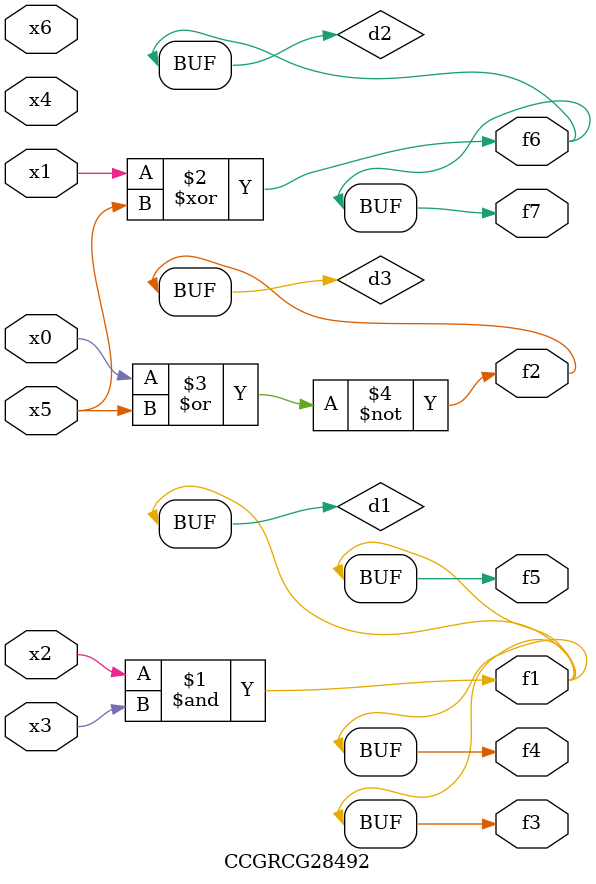
<source format=v>
module CCGRCG28492(
	input x0, x1, x2, x3, x4, x5, x6,
	output f1, f2, f3, f4, f5, f6, f7
);

	wire d1, d2, d3;

	and (d1, x2, x3);
	xor (d2, x1, x5);
	nor (d3, x0, x5);
	assign f1 = d1;
	assign f2 = d3;
	assign f3 = d1;
	assign f4 = d1;
	assign f5 = d1;
	assign f6 = d2;
	assign f7 = d2;
endmodule

</source>
